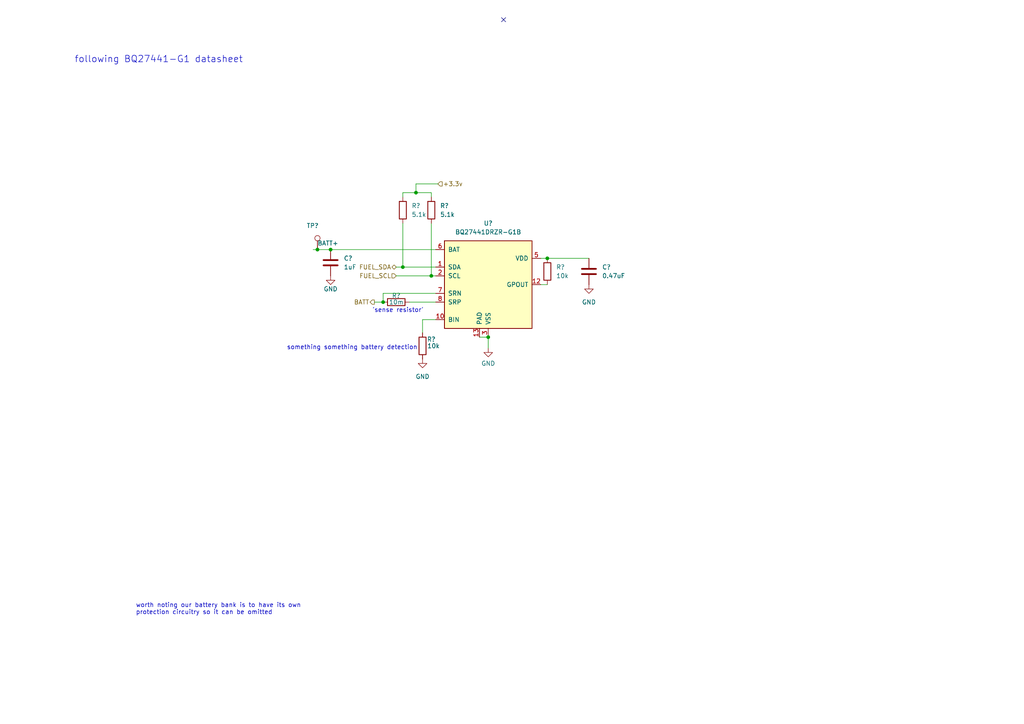
<source format=kicad_sch>
(kicad_sch (version 20210621) (generator eeschema)
  (paper "A4")
  (title_block (title "Power and battery") (rev "indev") (comment 1 "https://www.github.com/cinnamondev/gamepithing"))
  (lib_symbols
    (symbol "Battery_Management:BQ27441DRZR-G1B" (pin_names (offset 1.016))
      (property "Reference" "U" (at -5.08 15.875 0))
      (property "Value" "BQ27441DRZR-G1B" (at -5.08 13.97 0))
      (symbol "BQ27441DRZR-G1B_0_1"
        (rectangle (start -12.7 12.7) (end 12.7 -12.7) (stroke (width 0.254)) (fill (type background)))
      )
      (symbol "BQ27441DRZR-G1B_1_1"
        (pin bidirectional line (at -15.24 5.08 0) (length 2.54) (name "SDA") (number "1"))
        (pin input line (at -15.24 -10.16 0) (length 2.54) (name "BIN") (number "10"))
        (pin no_connect line (at 10.16 -2.54 180) (length 2.54) hide (name "NC") (number "11"))
        (pin output line (at 15.24 0 180) (length 2.54) (name "GPOUT") (number "12"))
        (pin power_in line (at -2.54 -15.24 90) (length 2.54) (name "PAD") (number "13"))
        (pin input line (at -15.24 2.54 0) (length 2.54) (name "SCL") (number "2"))
        (pin power_in line (at 0 -15.24 90) (length 2.54) (name "VSS") (number "3"))
        (pin no_connect line (at 10.16 -7.62 180) (length 2.54) hide (name "NC") (number "4"))
        (pin power_out line (at 15.24 7.62 180) (length 2.54) (name "VDD") (number "5"))
        (pin power_in line (at -15.24 10.16 0) (length 2.54) (name "BAT") (number "6"))
        (pin input line (at -15.24 -2.54 0) (length 2.54) (name "SRN") (number "7"))
        (pin input line (at -15.24 -5.08 0) (length 2.54) (name "SRP") (number "8"))
        (pin no_connect line (at 10.16 -5.08 180) (length 2.54) hide (name "NC") (number "9"))
      )
    )
    (symbol "Connector:TestPoint" (pin_numbers hide) (pin_names (offset 0.762) hide)
      (property "Reference" "TP" (at 0 6.858 0))
      (property "Value" "TestPoint" (at 0 5.08 0))
      (symbol "TestPoint_0_1"
        (circle (center 0 3.302) (radius 0.762))
      )
      (symbol "TestPoint_1_1"
        (pin passive line (at 0 0 90) (length 2.54) (name "1") (number "1"))
      )
    )
    (symbol "Device:C" (pin_numbers hide) (pin_names (offset 0.254))
      (property "Reference" "C" (at 0.635 2.54 0))
      (property "Value" "C" (at 0.635 -2.54 0))
      (symbol "C_0_1"
        (polyline (pts (xy -2.032 -0.762) (xy 2.032 -0.762)) (stroke (width 0.508)))
        (polyline (pts (xy -2.032 0.762) (xy 2.032 0.762)) (stroke (width 0.508)))
      )
      (symbol "C_1_1"
        (pin passive line (at 0 3.81 270) (length 2.794) (name "~") (number "1"))
        (pin passive line (at 0 -3.81 90) (length 2.794) (name "~") (number "2"))
      )
    )
    (symbol "Device:R" (pin_numbers hide) (pin_names (offset 0))
      (property "Reference" "R" (at 2.032 0 90))
      (property "Value" "R" (at 0 0 90))
      (symbol "R_0_1"
        (rectangle (start -1.016 -2.54) (end 1.016 2.54) (stroke (width 0.254)))
      )
      (symbol "R_1_1"
        (pin passive line (at 0 3.81 270) (length 1.27) (name "~") (number "1"))
        (pin passive line (at 0 -3.81 90) (length 1.27) (name "~") (number "2"))
      )
    )
    (symbol "power:GND" (power) (pin_names (offset 0))
      (property "Value" "GND" (at 0 -3.81 0))
      (symbol "GND_0_1"
        (polyline (pts (xy 0 0) (xy 0 -1.27) (xy 1.27 -1.27) (xy 0 -2.54) (xy -1.27 -1.27) (xy 0 -1.27)))
      )
      (symbol "GND_1_1"
        (pin power_in line (at 0 0 270) (length 0) hide (name "GND") (number "1"))
      )
    )
  )
  (junction (at 92.075 72.39) (diameter 0.9144))
  (junction (at 95.885 72.39) (diameter 0.9144))
  (junction (at 111.125 87.63) (diameter 0.9144))
  (junction (at 116.84 77.47) (diameter 0.9144))
  (junction (at 120.65 55.88) (diameter 0.9144))
  (junction (at 125.095 80.01) (diameter 0.9144))
  (junction (at 141.605 97.79) (diameter 0.9144))
  (junction (at 158.75 74.93) (diameter 0.9144))
  (no_connect (at 146.05 5.715))
  (wire (pts (xy 90.805 72.39) (xy 92.075 72.39)))
  (wire (pts (xy 92.075 72.39) (xy 95.885 72.39)))
  (wire (pts (xy 95.885 72.39) (xy 126.365 72.39)))
  (wire (pts (xy 108.585 87.63) (xy 111.125 87.63)))
  (wire (pts (xy 111.125 85.09) (xy 111.125 87.63)))
  (wire (pts (xy 114.935 77.47) (xy 116.84 77.47)))
  (wire (pts (xy 114.935 80.01) (xy 125.095 80.01)))
  (wire (pts (xy 116.84 55.88) (xy 120.65 55.88)))
  (wire (pts (xy 116.84 57.15) (xy 116.84 55.88)))
  (wire (pts (xy 116.84 64.77) (xy 116.84 77.47)))
  (wire (pts (xy 116.84 77.47) (xy 126.365 77.47)))
  (wire (pts (xy 118.745 87.63) (xy 126.365 87.63)))
  (wire (pts (xy 120.65 53.34) (xy 120.65 55.88)))
  (wire (pts (xy 120.65 55.88) (xy 125.095 55.88)))
  (wire (pts (xy 122.555 92.71) (xy 126.365 92.71)))
  (wire (pts (xy 122.555 96.52) (xy 122.555 92.71)))
  (wire (pts (xy 125.095 55.88) (xy 125.095 57.15)))
  (wire (pts (xy 125.095 64.77) (xy 125.095 80.01)))
  (wire (pts (xy 125.095 80.01) (xy 126.365 80.01)))
  (wire (pts (xy 126.365 85.09) (xy 111.125 85.09)))
  (wire (pts (xy 127 53.34) (xy 120.65 53.34)))
  (wire (pts (xy 139.065 97.79) (xy 141.605 97.79)))
  (wire (pts (xy 141.605 97.79) (xy 141.605 100.965)))
  (wire (pts (xy 156.845 74.93) (xy 158.75 74.93)))
  (wire (pts (xy 156.845 82.55) (xy 158.75 82.55)))
  (wire (pts (xy 158.75 74.93) (xy 170.815 74.93)))
  (text "following BQ27441-G1 datasheet" (at 21.59 18.415 0) (effects (font (size 1.905 1.905)) (justify left bottom)))
  (text "worth noting our battery bank is to have its own\nprotection circuitry so it can be omitted" (at 39.37 178.435 0) (effects (font (size 1.27 1.27)) (justify left bottom)))
  (text "something something battery detection" (at 83.185 101.6 0) (effects (font (size 1.27 1.27)) (justify left bottom)))
  (text "'sense resistor'" (at 107.95 90.805 0) (effects (font (size 1.27 1.27)) (justify left bottom)))
  (hierarchical_label "BATT" (shape output) (at 108.585 87.63 180))
  (hierarchical_label "FUEL_SDA" (shape bidirectional) (at 114.935 77.47 180))
  (hierarchical_label "FUEL_SCL" (shape input) (at 114.935 80.01 180))
  (hierarchical_label "+3.3v" (shape input) (at 127 53.34 0))
  (symbol (lib_id "Connector:TestPoint") (at 92.075 72.39 0) (unit 1)
    (property "Reference" "TP?" (at 88.9 65.4684 0) (effects (justify left)))
    (property "Value" "BATT+" (at 92.075 70.5484 0) (effects (justify left)))
  )
  (symbol (lib_id "power:GND") (at 95.885 80.01 0) (unit 1)
    (property "Reference" "#PWR?" (effects hide))
    (property "Value" "GND" (at 95.885 83.82 0))
  )
  (symbol (lib_id "power:GND") (at 122.555 104.14 0) (unit 1)
    (property "Reference" "#PWR?" (effects hide))
    (property "Value" "GND" (at 122.555 109.22 0))
  )
  (symbol (lib_id "power:GND") (at 141.605 100.965 0) (unit 1)
    (property "Reference" "#PWR?" (effects hide))
    (property "Value" "GND" (at 141.605 105.41 0))
  )
  (symbol (lib_id "power:GND") (at 170.815 82.55 0) (unit 1)
    (property "Reference" "#PWR?" (effects hide))
    (property "Value" "GND" (at 170.815 87.63 0))
  )
  (symbol (lib_id "Device:R") (at 114.935 87.63 90) (unit 1)
    (property "Reference" "R?" (at 114.935 85.725 90))
    (property "Value" "10m" (at 114.935 87.63 90))
  )
  (symbol (lib_id "Device:R") (at 116.84 60.96 0) (unit 1)
    (property "Reference" "R?" (at 119.38 59.6899 0) (effects (justify left)))
    (property "Value" "5.1k" (at 119.38 62.2299 0) (effects (justify left)))
  )
  (symbol (lib_id "Device:R") (at 122.555 100.33 180) (unit 1)
    (property "Reference" "R?" (at 125.095 98.425 0))
    (property "Value" "10k" (at 125.73 100.33 0))
  )
  (symbol (lib_id "Device:R") (at 125.095 60.96 0) (unit 1)
    (property "Reference" "R?" (at 127.635 59.6899 0) (effects (justify left)))
    (property "Value" "5.1k" (at 127.635 62.2299 0) (effects (justify left)))
  )
  (symbol (lib_id "Device:R") (at 158.75 78.74 0) (unit 1)
    (property "Reference" "R?" (at 161.29 77.4699 0) (effects (justify left)))
    (property "Value" "10k" (at 161.29 80.0099 0) (effects (justify left)))
  )
  (symbol (lib_id "Device:C") (at 95.885 76.2 0) (unit 1)
    (property "Reference" "C?" (at 99.695 74.9299 0) (effects (justify left)))
    (property "Value" "1uF" (at 99.695 77.4699 0) (effects (justify left)))
  )
  (symbol (lib_id "Device:C") (at 170.815 78.74 0) (unit 1)
    (property "Reference" "C?" (at 174.625 77.4699 0) (effects (justify left)))
    (property "Value" "0.47uF" (at 174.625 80.0099 0) (effects (justify left)))
  )
  (symbol (lib_id "Battery_Management:BQ27441DRZR-G1B") (at 141.605 82.55 0) (unit 1)
    (property "Reference" "U?" (at 141.605 64.77 0))
    (property "Value" "BQ27441DRZR-G1B" (at 141.605 67.31 0))
    (property "Footprint" "Package_SON:Texas_S-PDSO-N12" (effects hide))
    (property "Datasheet" "http://www.ti.com/lit/ds/symlink/bq27441-g1.pdf" (effects hide))
  )
)
</source>
